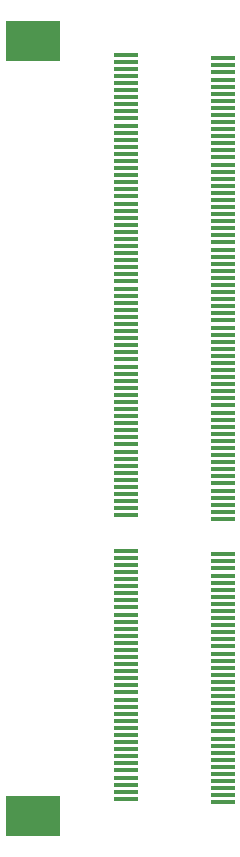
<source format=gbr>
%TF.GenerationSoftware,Altium Limited,Altium Designer,20.1.14 (287)*%
G04 Layer_Color=8421504*
%FSLAX26Y26*%
%MOIN*%
%TF.SameCoordinates,6A0BC998-17C7-4340-AACC-798D36D37454*%
%TF.FilePolarity,Positive*%
%TF.FileFunction,Paste,Top*%
%TF.Part,Single*%
G01*
G75*
%TA.AperFunction,ConnectorPad*%
%ADD10R,0.181102X0.137795*%
%ADD11R,0.078740X0.015748*%
D10*
X1423976Y4845827D02*
D03*
Y2263150D02*
D03*
D11*
X2057835Y4788740D02*
D03*
X1735000Y4800551D02*
D03*
Y4776929D02*
D03*
Y4753307D02*
D03*
Y4729685D02*
D03*
Y4706063D02*
D03*
Y4682441D02*
D03*
Y4658819D02*
D03*
Y4635197D02*
D03*
Y4611575D02*
D03*
Y4587953D02*
D03*
Y4564331D02*
D03*
Y4540709D02*
D03*
Y4517087D02*
D03*
Y4493465D02*
D03*
Y4469842D02*
D03*
Y4446221D02*
D03*
Y4422598D02*
D03*
Y4398976D02*
D03*
Y4375354D02*
D03*
Y4351732D02*
D03*
Y4328110D02*
D03*
Y4304488D02*
D03*
Y4280866D02*
D03*
Y4257244D02*
D03*
Y4233622D02*
D03*
Y4210000D02*
D03*
Y4186378D02*
D03*
Y4162756D02*
D03*
Y4139134D02*
D03*
Y4115512D02*
D03*
Y4091890D02*
D03*
Y4068268D02*
D03*
Y4044646D02*
D03*
Y4021024D02*
D03*
Y3997402D02*
D03*
Y3973780D02*
D03*
Y3950157D02*
D03*
Y3926535D02*
D03*
Y3902913D02*
D03*
Y3879291D02*
D03*
Y3855669D02*
D03*
Y3832047D02*
D03*
Y3808425D02*
D03*
Y3761181D02*
D03*
Y3784803D02*
D03*
Y3737559D02*
D03*
Y3713937D02*
D03*
Y3690315D02*
D03*
Y3666693D02*
D03*
Y3643071D02*
D03*
Y3619449D02*
D03*
Y3595827D02*
D03*
Y3572205D02*
D03*
Y3548583D02*
D03*
Y3524961D02*
D03*
Y3501339D02*
D03*
Y3477717D02*
D03*
Y3454095D02*
D03*
Y3430472D02*
D03*
Y3406850D02*
D03*
Y3383228D02*
D03*
Y3359606D02*
D03*
Y3335984D02*
D03*
Y3312362D02*
D03*
Y3288740D02*
D03*
Y3265118D02*
D03*
Y3147008D02*
D03*
Y3123386D02*
D03*
Y3099764D02*
D03*
Y3076142D02*
D03*
Y3052520D02*
D03*
Y3028898D02*
D03*
Y3005276D02*
D03*
Y2981654D02*
D03*
Y2958032D02*
D03*
Y2934410D02*
D03*
Y2910787D02*
D03*
Y2887165D02*
D03*
Y2863543D02*
D03*
Y2839921D02*
D03*
Y2816299D02*
D03*
Y2792677D02*
D03*
Y2769055D02*
D03*
Y2745433D02*
D03*
Y2721811D02*
D03*
Y2698189D02*
D03*
Y2674567D02*
D03*
Y2650945D02*
D03*
Y2627323D02*
D03*
Y2603701D02*
D03*
Y2580079D02*
D03*
Y2556457D02*
D03*
Y2532835D02*
D03*
Y2509213D02*
D03*
Y2485591D02*
D03*
Y2461968D02*
D03*
Y2438347D02*
D03*
Y2414724D02*
D03*
Y2391102D02*
D03*
Y2367480D02*
D03*
Y2320236D02*
D03*
Y2343858D02*
D03*
X2057835Y4765118D02*
D03*
Y4741496D02*
D03*
Y4717874D02*
D03*
Y4694252D02*
D03*
Y4670630D02*
D03*
Y4647008D02*
D03*
Y4623386D02*
D03*
Y4599764D02*
D03*
Y4576142D02*
D03*
Y4552520D02*
D03*
Y4528898D02*
D03*
Y4505276D02*
D03*
Y4481654D02*
D03*
Y4458032D02*
D03*
Y4434409D02*
D03*
Y4410787D02*
D03*
Y4387165D02*
D03*
Y4363543D02*
D03*
Y4339921D02*
D03*
Y4316299D02*
D03*
Y4292677D02*
D03*
Y4269055D02*
D03*
Y4245433D02*
D03*
Y4221811D02*
D03*
Y4198189D02*
D03*
Y4174567D02*
D03*
Y4150945D02*
D03*
Y4127323D02*
D03*
Y4103701D02*
D03*
Y4080079D02*
D03*
Y4056457D02*
D03*
Y4032835D02*
D03*
Y4009213D02*
D03*
Y3985591D02*
D03*
Y3961968D02*
D03*
Y3938347D02*
D03*
Y3914724D02*
D03*
Y3891102D02*
D03*
Y3867480D02*
D03*
Y3843858D02*
D03*
Y3820236D02*
D03*
Y3796614D02*
D03*
Y3749370D02*
D03*
Y3772992D02*
D03*
Y3725748D02*
D03*
Y3702126D02*
D03*
Y3678504D02*
D03*
Y3654882D02*
D03*
Y3631260D02*
D03*
Y3607638D02*
D03*
Y3584016D02*
D03*
Y3560394D02*
D03*
Y3536772D02*
D03*
Y3513150D02*
D03*
Y3489528D02*
D03*
Y3465905D02*
D03*
Y3442284D02*
D03*
Y3418661D02*
D03*
Y3395039D02*
D03*
Y3371417D02*
D03*
Y3347795D02*
D03*
Y3324173D02*
D03*
Y3300551D02*
D03*
Y3276929D02*
D03*
Y3253307D02*
D03*
Y3135197D02*
D03*
Y3111575D02*
D03*
Y3087953D02*
D03*
Y3064331D02*
D03*
Y3040709D02*
D03*
Y3017087D02*
D03*
Y2993465D02*
D03*
Y2969843D02*
D03*
Y2946220D02*
D03*
Y2922598D02*
D03*
Y2898976D02*
D03*
Y2875354D02*
D03*
Y2851732D02*
D03*
Y2828110D02*
D03*
Y2804488D02*
D03*
Y2780866D02*
D03*
Y2757244D02*
D03*
Y2733622D02*
D03*
Y2710000D02*
D03*
Y2686378D02*
D03*
Y2662756D02*
D03*
Y2639134D02*
D03*
Y2615512D02*
D03*
Y2591890D02*
D03*
Y2568268D02*
D03*
Y2544646D02*
D03*
Y2521024D02*
D03*
Y2497402D02*
D03*
Y2473780D02*
D03*
Y2450157D02*
D03*
Y2426535D02*
D03*
Y2402913D02*
D03*
Y2379291D02*
D03*
Y2355669D02*
D03*
Y2308425D02*
D03*
Y2332047D02*
D03*
%TF.MD5,0b9b2123504a1c39ed57ce2c40e409f9*%
M02*

</source>
